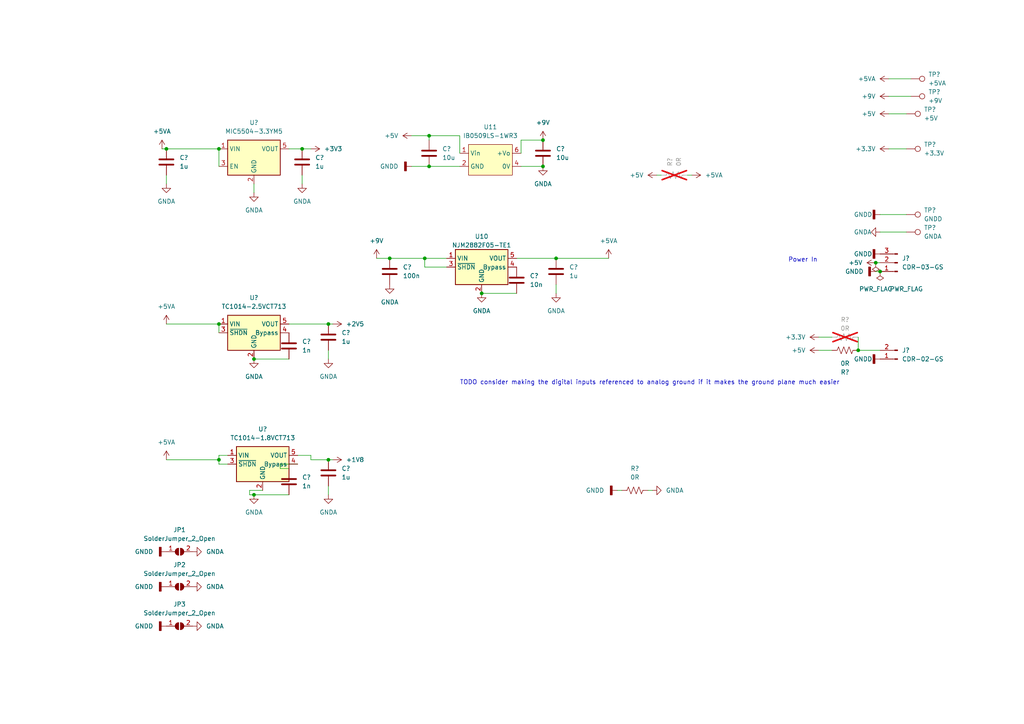
<source format=kicad_sch>
(kicad_sch (version 20230121) (generator eeschema)
  (paper "A4")
  (lib_symbols
    (symbol "Connector:Conn_01x02_Pin" (pin_names (offset 1.016) hide)
      (property "Reference" "J" (at 0 2.54 0))
      (property "Value" "Conn_01x02_Pin" (at 0 -5.08 0))
      (symbol "Conn_01x02_Pin_1_1"
        (polyline (pts (xy 1.27 -2.54) (xy 0.8636 -2.54)) (stroke (width 0.1524)))
        (polyline (pts (xy 1.27 0) (xy 0.8636 0)) (stroke (width 0.1524)))
        (rectangle (start 0.8636 -2.413) (end 0 -2.667) (stroke (width 0.1524)) (fill (type outline)))
        (rectangle (start 0.8636 0.127) (end 0 -0.127) (stroke (width 0.1524)) (fill (type outline)))
        (pin passive line (at 5.08 0 180) (length 3.81) (name "Pin_1") (number "1"))
        (pin passive line (at 5.08 -2.54 180) (length 3.81) (name "Pin_2") (number "2"))
      )
    )
    (symbol "Connector:Conn_01x03_Pin" (pin_names (offset 1.016) hide)
      (property "Reference" "J" (at 0 5.08 0))
      (property "Value" "Conn_01x03_Pin" (at 0 -5.08 0))
      (symbol "Conn_01x03_Pin_1_1"
        (polyline (pts (xy 1.27 -2.54) (xy 0.8636 -2.54)) (stroke (width 0.1524)))
        (polyline (pts (xy 1.27 0) (xy 0.8636 0)) (stroke (width 0.1524)))
        (polyline (pts (xy 1.27 2.54) (xy 0.8636 2.54)) (stroke (width 0.1524)))
        (rectangle (start 0.8636 -2.413) (end 0 -2.667) (stroke (width 0.1524)) (fill (type outline)))
        (rectangle (start 0.8636 0.127) (end 0 -0.127) (stroke (width 0.1524)) (fill (type outline)))
        (rectangle (start 0.8636 2.667) (end 0 2.413) (stroke (width 0.1524)) (fill (type outline)))
        (pin passive line (at 5.08 2.54 180) (length 3.81) (name "Pin_1") (number "1"))
        (pin passive line (at 5.08 0 180) (length 3.81) (name "Pin_2") (number "2"))
        (pin passive line (at 5.08 -2.54 180) (length 3.81) (name "Pin_3") (number "3"))
      )
    )
    (symbol "Connector:TestPoint" (pin_numbers hide) (pin_names (offset 0.762) hide)
      (property "Reference" "TP" (at 0 6.858 0))
      (property "Value" "TestPoint" (at 0 5.08 0))
      (symbol "TestPoint_0_1"
        (circle (center 0 3.302) (radius 0.762))
      )
      (symbol "TestPoint_1_1"
        (pin passive line (at 0 0 90) (length 2.54) (name "1") (number "1"))
      )
    )
    (symbol "Device:C" (pin_numbers hide) (pin_names (offset 0.254))
      (property "Reference" "C" (at 0.635 2.54 0))
      (property "Value" "C" (at 0.635 -2.54 0))
      (symbol "C_0_1"
        (polyline (pts (xy -2.032 -0.762) (xy 2.032 -0.762)) (stroke (width 0.508)))
        (polyline (pts (xy -2.032 0.762) (xy 2.032 0.762)) (stroke (width 0.508)))
      )
      (symbol "C_1_1"
        (pin passive line (at 0 3.81 270) (length 2.794) (name "~") (number "1"))
        (pin passive line (at 0 -3.81 90) (length 2.794) (name "~") (number "2"))
      )
    )
    (symbol "Device:R_US" (pin_numbers hide) (pin_names (offset 0))
      (property "Reference" "R" (at 2.54 0 90))
      (property "Value" "R_US" (at -2.54 0 90))
      (symbol "R_US_0_1"
        (polyline (pts (xy 0 -2.286) (xy 0 -2.54)))
        (polyline (pts (xy 0 2.286) (xy 0 2.54)))
        (polyline (pts (xy 0 -0.762) (xy 1.016 -1.143) (xy 0 -1.524) (xy -1.016 -1.905) (xy 0 -2.286)))
        (polyline (pts (xy 0 0.762) (xy 1.016 0.381) (xy 0 0) (xy -1.016 -0.381) (xy 0 -0.762)))
        (polyline (pts (xy 0 2.286) (xy 1.016 1.905) (xy 0 1.524) (xy -1.016 1.143) (xy 0 0.762)))
      )
      (symbol "R_US_1_1"
        (pin passive line (at 0 3.81 270) (length 1.27) (name "~") (number "1"))
        (pin passive line (at 0 -3.81 90) (length 1.27) (name "~") (number "2"))
      )
    )
    (symbol "Jumper:SolderJumper_2_Open" (pin_names (offset 0) hide)
      (property "Reference" "JP" (at 0 2.032 0))
      (property "Value" "SolderJumper_2_Open" (at 0 -2.54 0))
      (symbol "SolderJumper_2_Open_0_1"
        (arc (start -0.254 1.016) (mid -1.2656 0) (end -0.254 -1.016))
        (arc (start -0.254 1.016) (mid -1.2656 0) (end -0.254 -1.016) (fill (type outline)))
        (polyline (pts (xy -0.254 1.016) (xy -0.254 -1.016)))
        (polyline (pts (xy 0.254 1.016) (xy 0.254 -1.016)))
        (arc (start 0.254 -1.016) (mid 1.2656 0) (end 0.254 1.016))
        (arc (start 0.254 -1.016) (mid 1.2656 0) (end 0.254 1.016) (fill (type outline)))
      )
      (symbol "SolderJumper_2_Open_1_1"
        (pin passive line (at -3.81 0 0) (length 2.54) (name "A") (number "1"))
        (pin passive line (at 3.81 0 180) (length 2.54) (name "B") (number "2"))
      )
    )
    (symbol "Misc:IB0509LS"
      (property "Reference" "U" (at 0 2.54 0))
      (property "Value" "IB0509LS-1WR3" (at 0 0 0))
      (symbol "IB0509LS_1_1"
        (rectangle (start -6.35 -1.27) (end 6.35 -10.16) (fill (type background)))
        (pin power_in line (at -8.89 -3.81 0) (length 2.54) (name "Vin") (number "1"))
        (pin power_in line (at -8.89 -7.62 0) (length 2.54) (name "GND") (number "2"))
        (pin power_out line (at 8.89 -7.62 180) (length 2.54) (name "0V") (number "4"))
        (pin power_out line (at 8.89 -3.81 180) (length 2.54) (name "+Vo") (number "6"))
      )
    )
    (symbol "Misc:NJM2882"
      (property "Reference" "U" (at 0 1.27 0))
      (property "Value" "NJM2882F05-TE1" (at 0 -1.27 0))
      (symbol "NJM2882_0_1"
        (rectangle (start -7.62 -2.54) (end 7.62 -12.7) (stroke (width 0.254)) (fill (type background)))
      )
      (symbol "NJM2882_1_1"
        (pin power_in line (at -10.16 -5.08 0) (length 2.54) (name "VIN") (number "1"))
        (pin power_in line (at 0 -15.24 90) (length 2.54) (name "GND") (number "2"))
        (pin input line (at -10.16 -7.62 0) (length 2.54) (name "~{SHDN}") (number "3"))
        (pin passive line (at 10.16 -7.62 180) (length 2.54) (name "Bypass") (number "4"))
        (pin power_out line (at 10.16 -5.08 180) (length 2.54) (name "VOUT") (number "5"))
      )
    )
    (symbol "Regulator_Linear:MIC5504-1.8YM5"
      (property "Reference" "U" (at -7.62 8.89 0))
      (property "Value" "MIC5504-1.8YM5" (at -7.62 6.35 0))
      (symbol "MIC5504-1.8YM5_0_1"
        (rectangle (start -7.62 -5.08) (end 7.62 5.08) (stroke (width 0.254)) (fill (type background)))
      )
      (symbol "MIC5504-1.8YM5_1_1"
        (pin power_in line (at -10.16 2.54 0) (length 2.54) (name "VIN") (number "1"))
        (pin power_in line (at 0 -7.62 90) (length 2.54) (name "GND") (number "2"))
        (pin input line (at -10.16 -2.54 0) (length 2.54) (name "EN") (number "3"))
        (pin no_connect line (at 7.62 -2.54 180) (length 2.54) hide (name "NC") (number "4"))
        (pin power_out line (at 10.16 2.54 180) (length 2.54) (name "VOUT") (number "5"))
      )
    )
    (symbol "Regulator_Linear:TC1014-xCT"
      (property "Reference" "U" (at -6.35 6.35 0))
      (property "Value" "TC1014-xCT" (at 0 6.35 0))
      (symbol "TC1014-xCT_0_1"
        (rectangle (start -7.62 5.08) (end 7.62 -5.08) (stroke (width 0.254)) (fill (type background)))
      )
      (symbol "TC1014-xCT_1_1"
        (pin power_in line (at -10.16 2.54 0) (length 2.54) (name "VIN") (number "1"))
        (pin power_in line (at 0 -7.62 90) (length 2.54) (name "GND") (number "2"))
        (pin input line (at -10.16 0 0) (length 2.54) (name "~{SHDN}") (number "3"))
        (pin passive line (at 10.16 0 180) (length 2.54) (name "Bypass") (number "4"))
        (pin power_out line (at 10.16 2.54 180) (length 2.54) (name "VOUT") (number "5"))
      )
    )
    (symbol "power:+1V8" (power) (pin_names (offset 0))
      (property "Value" "+1V8" (at 0 3.556 0))
      (symbol "+1V8_0_1"
        (polyline (pts (xy -0.762 1.27) (xy 0 2.54)))
        (polyline (pts (xy 0 0) (xy 0 2.54)))
        (polyline (pts (xy 0 2.54) (xy 0.762 1.27)))
      )
      (symbol "+1V8_1_1"
        (pin power_in line (at 0 0 90) (length 0) hide (name "+1V8") (number "1"))
      )
    )
    (symbol "power:+2V5" (power) (pin_names (offset 0))
      (property "Value" "+2V5" (at 0 3.556 0))
      (symbol "+2V5_0_1"
        (polyline (pts (xy -0.762 1.27) (xy 0 2.54)))
        (polyline (pts (xy 0 0) (xy 0 2.54)))
        (polyline (pts (xy 0 2.54) (xy 0.762 1.27)))
      )
      (symbol "+2V5_1_1"
        (pin power_in line (at 0 0 90) (length 0) hide (name "+2V5") (number "1"))
      )
    )
    (symbol "power:+3.3V" (power) (pin_names (offset 0))
      (property "Value" "+3.3V" (at 0 3.556 0))
      (symbol "+3.3V_0_1"
        (polyline (pts (xy -0.762 1.27) (xy 0 2.54)))
        (polyline (pts (xy 0 0) (xy 0 2.54)))
        (polyline (pts (xy 0 2.54) (xy 0.762 1.27)))
      )
      (symbol "+3.3V_1_1"
        (pin power_in line (at 0 0 90) (length 0) hide (name "+3.3V") (number "1"))
      )
    )
    (symbol "power:+3V3" (power) (pin_names (offset 0))
      (property "Value" "+3V3" (at 0 3.556 0))
      (symbol "+3V3_0_1"
        (polyline (pts (xy -0.762 1.27) (xy 0 2.54)))
        (polyline (pts (xy 0 0) (xy 0 2.54)))
        (polyline (pts (xy 0 2.54) (xy 0.762 1.27)))
      )
      (symbol "+3V3_1_1"
        (pin power_in line (at 0 0 90) (length 0) hide (name "+3V3") (number "1"))
      )
    )
    (symbol "power:+5V" (power) (pin_names (offset 0))
      (property "Value" "+5V" (at 0 3.556 0))
      (symbol "+5V_0_1"
        (polyline (pts (xy -0.762 1.27) (xy 0 2.54)))
        (polyline (pts (xy 0 0) (xy 0 2.54)))
        (polyline (pts (xy 0 2.54) (xy 0.762 1.27)))
      )
      (symbol "+5V_1_1"
        (pin power_in line (at 0 0 90) (length 0) hide (name "+5V") (number "1"))
      )
    )
    (symbol "power:+5VA" (power) (pin_names (offset 0))
      (property "Value" "+5VA" (at 0 3.556 0))
      (symbol "+5VA_0_1"
        (polyline (pts (xy -0.762 1.27) (xy 0 2.54)))
        (polyline (pts (xy 0 0) (xy 0 2.54)))
        (polyline (pts (xy 0 2.54) (xy 0.762 1.27)))
      )
      (symbol "+5VA_1_1"
        (pin power_in line (at 0 0 90) (length 0) hide (name "+5VA") (number "1"))
      )
    )
    (symbol "power:+9V" (power) (pin_names (offset 0))
      (property "Value" "+9V" (at 0 3.556 0))
      (symbol "+9V_0_1"
        (polyline (pts (xy -0.762 1.27) (xy 0 2.54)))
        (polyline (pts (xy 0 0) (xy 0 2.54)))
        (polyline (pts (xy 0 2.54) (xy 0.762 1.27)))
      )
      (symbol "+9V_1_1"
        (pin power_in line (at 0 0 90) (length 0) hide (name "+9V") (number "1"))
      )
    )
    (symbol "power:GNDA" (power) (pin_names (offset 0))
      (property "Value" "GNDA" (at 0 -3.81 0))
      (symbol "GNDA_0_1"
        (polyline (pts (xy 0 0) (xy 0 -1.27) (xy 1.27 -1.27) (xy 0 -2.54) (xy -1.27 -1.27) (xy 0 -1.27)))
      )
      (symbol "GNDA_1_1"
        (pin power_in line (at 0 0 270) (length 0) hide (name "GNDA") (number "1"))
      )
    )
    (symbol "power:GNDD" (power) (pin_names (offset 0))
      (property "Value" "GNDD" (at 0 -3.175 0))
      (symbol "GNDD_0_1"
        (rectangle (start -1.27 -1.524) (end 1.27 -2.032) (stroke (width 0.254)) (fill (type outline)))
        (polyline (pts (xy 0 0) (xy 0 -1.524)))
      )
      (symbol "GNDD_1_1"
        (pin power_in line (at 0 0 270) (length 0) hide (name "GNDD") (number "1"))
      )
    )
    (symbol "power:PWR_FLAG" (power) (pin_numbers hide) (pin_names (offset 0) hide)
      (property "Value" "PWR_FLAG" (at 0 3.81 0))
      (symbol "PWR_FLAG_0_0"
        (pin power_out line (at 0 0 90) (length 0) (name "pwr") (number "1"))
      )
      (symbol "PWR_FLAG_0_1"
        (polyline (pts (xy 0 0) (xy 0 1.27) (xy -1.016 1.905) (xy 0 2.54) (xy 1.016 1.905) (xy 0 1.27)))
      )
    )
  )
  (junction (at 63.5 133.35))
  (junction (at 73.66 143.51))
  (junction (at 124.46 48.26))
  (junction (at 157.48 40.64))
  (junction (at 95.25 93.98))
  (junction (at 248.92 101.6))
  (junction (at 254 76.2))
  (junction (at 87.63 43.18))
  (junction (at 63.5 43.18))
  (junction (at 63.5 93.98))
  (junction (at 48.26 43.18))
  (junction (at 124.46 39.37))
  (junction (at 139.7 85.09))
  (junction (at 157.48 48.26))
  (junction (at 73.66 104.14))
  (junction (at 113.03 74.93))
  (junction (at 95.25 133.35))
  (junction (at 161.29 74.93))
  (junction (at 123.19 74.93))
  (junction (at 255.27 78.74))
  (wire (pts (xy 119.38 39.37) (xy 124.46 39.37)))
  (wire (pts (xy 149.86 74.93) (xy 161.29 74.93)))
  (wire (pts (xy 95.25 93.98) (xy 83.82 93.98)))
  (wire (pts (xy 176.53 74.93) (xy 161.29 74.93)))
  (wire (pts (xy 200.66 50.8) (xy 199.39 50.8)))
  (wire (pts (xy 66.04 132.08) (xy 63.5 132.08)))
  (wire (pts (xy 187.96 142.24) (xy 189.23 142.24)))
  (wire (pts (xy 63.5 132.08) (xy 63.5 133.35)))
  (wire (pts (xy 63.5 43.18) (xy 63.5 48.26)))
  (wire (pts (xy 179.07 142.24) (xy 180.34 142.24)))
  (wire (pts (xy 90.17 132.08) (xy 86.36 132.08)))
  (wire (pts (xy 151.13 44.45) (xy 151.13 40.64)))
  (wire (pts (xy 83.82 43.18) (xy 87.63 43.18)))
  (wire (pts (xy 124.46 39.37) (xy 133.35 39.37)))
  (wire (pts (xy 66.04 134.62) (xy 63.5 134.62)))
  (wire (pts (xy 87.63 50.8) (xy 87.63 53.34)))
  (wire (pts (xy 73.66 104.14) (xy 83.82 104.14)))
  (wire (pts (xy 113.03 74.93) (xy 123.19 74.93)))
  (wire (pts (xy 257.81 27.94) (xy 264.16 27.94)))
  (wire (pts (xy 254 78.74) (xy 255.27 78.74)))
  (wire (pts (xy 90.17 133.35) (xy 95.25 133.35)))
  (wire (pts (xy 191.77 50.8) (xy 190.5 50.8)))
  (wire (pts (xy 76.2 142.24) (xy 72.39 142.24)))
  (wire (pts (xy 161.29 82.55) (xy 161.29 85.09)))
  (wire (pts (xy 48.26 50.8) (xy 48.26 53.34)))
  (wire (pts (xy 151.13 48.26) (xy 157.48 48.26)))
  (wire (pts (xy 48.26 43.18) (xy 63.5 43.18)))
  (wire (pts (xy 73.66 53.34) (xy 73.66 55.88)))
  (wire (pts (xy 95.25 101.6) (xy 95.25 104.14)))
  (wire (pts (xy 123.19 77.47) (xy 123.19 74.93)))
  (wire (pts (xy 86.36 134.62) (xy 81.28 134.62)))
  (wire (pts (xy 81.28 134.62) (xy 81.28 135.89)))
  (wire (pts (xy 255.27 67.31) (xy 262.89 67.31)))
  (wire (pts (xy 109.22 74.93) (xy 113.03 74.93)))
  (wire (pts (xy 257.81 33.02) (xy 262.89 33.02)))
  (wire (pts (xy 124.46 48.26) (xy 133.35 48.26)))
  (wire (pts (xy 254 76.2) (xy 255.27 76.2)))
  (wire (pts (xy 151.13 40.64) (xy 157.48 40.64)))
  (wire (pts (xy 123.19 74.93) (xy 129.54 74.93)))
  (wire (pts (xy 257.81 43.18) (xy 262.89 43.18)))
  (wire (pts (xy 48.26 133.35) (xy 63.5 133.35)))
  (wire (pts (xy 81.28 135.89) (xy 83.82 135.89)))
  (wire (pts (xy 257.81 22.86) (xy 264.16 22.86)))
  (wire (pts (xy 90.17 132.08) (xy 90.17 133.35)))
  (wire (pts (xy 248.92 101.6) (xy 255.27 101.6)))
  (wire (pts (xy 72.39 142.24) (xy 72.39 143.51)))
  (wire (pts (xy 241.3 97.79) (xy 237.49 97.79)))
  (wire (pts (xy 241.3 101.6) (xy 237.49 101.6)))
  (wire (pts (xy 46.99 43.18) (xy 48.26 43.18)))
  (wire (pts (xy 73.66 143.51) (xy 83.82 143.51)))
  (wire (pts (xy 48.26 93.98) (xy 63.5 93.98)))
  (wire (pts (xy 248.92 101.6) (xy 248.92 97.79)))
  (wire (pts (xy 139.7 85.09) (xy 149.86 85.09)))
  (wire (pts (xy 87.63 43.18) (xy 90.17 43.18)))
  (wire (pts (xy 95.25 140.97) (xy 95.25 143.51)))
  (wire (pts (xy 96.52 133.35) (xy 95.25 133.35)))
  (wire (pts (xy 255.27 62.23) (xy 262.89 62.23)))
  (wire (pts (xy 72.39 143.51) (xy 73.66 143.51)))
  (wire (pts (xy 129.54 77.47) (xy 123.19 77.47)))
  (wire (pts (xy 124.46 40.64) (xy 124.46 39.37)))
  (wire (pts (xy 63.5 93.98) (xy 63.5 96.52)))
  (wire (pts (xy 119.38 48.26) (xy 124.46 48.26)))
  (wire (pts (xy 133.35 39.37) (xy 133.35 44.45)))
  (wire (pts (xy 63.5 134.62) (xy 63.5 133.35)))
  (wire (pts (xy 96.52 93.98) (xy 95.25 93.98)))
  (text "TODO consider making the digital inputs referenced to analog ground if it makes the ground plane much easier\n" (at 133.35 111.76 0) (effects (font (size 1.27 1.27)) (justify left bottom)))
  (text "Power In" (at 228.6 76.2 0) (effects (font (size 1.27 1.27)) (justify left bottom)))
  (symbol (lib_id "Device:R_US") (at 184.15 142.24 90) (unit 1)
    (property "Reference" "R?" (at 184.15 135.89 90))
    (property "Value" "0R" (at 184.15 138.43 90))
    (property "Footprint" "Resistor_SMD:R_0805_2012Metric" (effects hide))
    (instances (project "feedbackController" (path "" (reference "R?") (unit 1)) (path "" (reference "R43") (unit 1))))
  )
  (symbol (lib_id "Device:C") (at 161.29 78.74 0) (unit 1)
    (property "Reference" "C?" (at 165.1 77.4699 0) (effects (justify left)))
    (property "Value" "1u" (at 165.1 80.0099 0) (effects (justify left)))
    (property "Footprint" "Capacitor_SMD:C_0805_2012Metric" (effects hide))
    (instances (project "feedbackController" (path "" (reference "C?") (unit 1)) (path "" (reference "C29") (unit 1))))
  )
  (symbol (lib_id "power:+5VA") (at 257.81 22.86 90) (unit 1)
    (property "Reference" "#PWR089" (effects hide))
    (property "Value" "+5VA" (at 254 22.86 90) (effects (justify left)))
  )
  (symbol (lib_id "power:GNDA") (at 113.03 82.55 0) (unit 1)
    (property "Reference" "#PWR069" (effects hide))
    (property "Value" "GNDA" (at 113.03 87.63 0))
  )
  (symbol (lib_id "power:+5VA") (at 48.26 93.98 0) (unit 1)
    (property "Reference" "#PWR057" (effects hide))
    (property "Value" "+5VA" (at 48.26 88.9 0))
  )
  (symbol (lib_id "Device:R_US") (at 195.58 50.8 270) (unit 1) (dnp yes)
    (property "Reference" "R?" (at 194.31 48.26 0) (effects (justify right)))
    (property "Value" "0R" (at 196.85 48.26 0) (effects (justify right)))
    (property "Footprint" "Resistor_SMD:R_0805_2012Metric" (effects hide))
    (instances (project "feedbackController" (path "" (reference "R?") (unit 1)) (path "" (reference "R44") (unit 1))))
  )
  (symbol (lib_id "power:+3.3V") (at 257.81 43.18 90) (unit 1)
    (property "Reference" "#PWR092" (effects hide))
    (property "Value" "+3.3V" (at 254 43.18 90) (effects (justify left)))
  )
  (symbol (lib_id "Misc:IB0509LS") (at 142.24 40.64 0) (unit 1)
    (property "Reference" "U11" (at 142.24 36.83 0))
    (property "Value" "IB0509LS-1WR3" (at 142.24 39.37 0))
    (property "Footprint" "Misc:IB05_LS-1WR3" (effects hide))
  )
  (symbol (lib_id "power:+9V") (at 257.81 27.94 90) (unit 1)
    (property "Reference" "#PWR090" (effects hide))
    (property "Value" "+9V" (at 254 27.94 90) (effects (justify left)))
  )
  (symbol (lib_id "power:+5V") (at 190.5 50.8 90) (unit 1)
    (property "Reference" "#PWR079" (effects hide))
    (property "Value" "+5V" (at 186.69 50.8 90) (effects (justify left)))
  )
  (symbol (lib_id "power:+1V8") (at 96.52 133.35 270) (unit 1)
    (property "Reference" "#PWR?" (effects hide))
    (property "Value" "+1V8" (at 100.33 133.3499 90) (effects (justify left)))
    (instances (project "feedbackController" (path "" (reference "#PWR?") (unit 1)) (path "" (reference "#PWR067") (unit 1))))
  )
  (symbol (lib_id "power:GNDA") (at 95.25 143.51 0) (unit 1)
    (property "Reference" "#PWR065" (effects hide))
    (property "Value" "GNDA" (at 95.25 148.59 0))
  )
  (symbol (lib_id "Device:C") (at 48.26 46.99 0) (unit 1)
    (property "Reference" "C?" (at 52.07 45.7199 0) (effects (justify left)))
    (property "Value" "1u" (at 52.07 48.2599 0) (effects (justify left)))
    (property "Footprint" "Capacitor_SMD:C_0805_2012Metric" (effects hide))
    (instances (project "feedbackController" (path "" (reference "C?") (unit 1)) (path "" (reference "C19") (unit 1))))
  )
  (symbol (lib_id "power:+5V") (at 257.81 33.02 90) (unit 1)
    (property "Reference" "#PWR?" (effects hide))
    (property "Value" "+5V" (at 254 33.0199 90) (effects (justify left)))
    (instances (project "feedbackController" (path "" (reference "#PWR?") (unit 1)) (path "" (reference "#PWR091") (unit 1))))
  )
  (symbol (lib_id "Device:R_US") (at 245.11 97.79 270) (unit 1) (dnp yes)
    (property "Reference" "R?" (at 245.11 92.71 90))
    (property "Value" "0R" (at 245.11 95.25 90))
    (property "Footprint" "Resistor_SMD:R_0805_2012Metric" (effects hide))
    (instances (project "feedbackController" (path "" (reference "R?") (unit 1)) (path "" (reference "R45") (unit 1))))
  )
  (symbol (lib_id "power:+5VA") (at 46.99 43.18 0) (unit 1)
    (property "Reference" "#PWR055" (effects hide))
    (property "Value" "+5VA" (at 46.99 38.1 0))
  )
  (symbol (lib_id "power:GNDA") (at 255.27 67.31 270) (unit 1)
    (property "Reference" "#PWR?" (effects hide))
    (property "Value" "GNDA" (at 247.65 67.31 90) (effects (justify left)))
    (instances (project "feedbackController" (path "" (reference "#PWR?") (unit 1)) (path "" (reference "#PWR086") (unit 1))))
  )
  (symbol (lib_id "power:GNDD") (at 255.27 73.66 270) (unit 1)
    (property "Reference" "#PWR?" (effects hide))
    (property "Value" "GNDD" (at 247.65 73.66 90) (effects (justify left)))
    (instances (project "feedbackController" (path "" (reference "#PWR?") (unit 1)) (path "" (reference "#PWR087") (unit 1))))
  )
  (symbol (lib_id "Device:C") (at 83.82 100.33 0) (unit 1)
    (property "Reference" "C?" (at 87.63 99.0599 0) (effects (justify left)))
    (property "Value" "1n" (at 87.63 101.5999 0) (effects (justify left)))
    (property "Footprint" "Capacitor_SMD:C_0805_2012Metric" (effects hide))
    (instances (project "feedbackController" (path "" (reference "C?") (unit 1)) (path "" (reference "C20") (unit 1))))
  )
  (symbol (lib_id "Device:C") (at 83.82 139.7 0) (unit 1)
    (property "Reference" "C?" (at 87.63 138.4299 0) (effects (justify left)))
    (property "Value" "1n" (at 87.63 140.9699 0) (effects (justify left)))
    (property "Footprint" "Capacitor_SMD:C_0805_2012Metric" (effects hide))
    (instances (project "feedbackController" (path "" (reference "C?") (unit 1)) (path "" (reference "C21") (unit 1))))
  )
  (symbol (lib_id "power:GNDD") (at 255.27 62.23 270) (unit 1)
    (property "Reference" "#PWR?" (effects hide))
    (property "Value" "GNDD" (at 247.65 62.23 90) (effects (justify left)))
    (instances (project "feedbackController" (path "" (reference "#PWR?") (unit 1)) (path "" (reference "#PWR085") (unit 1))))
  )
  (symbol (lib_id "power:GNDD") (at 254 78.74 270) (unit 1)
    (property "Reference" "#PWR?" (effects hide))
    (property "Value" "GNDD" (at 245.11 78.74 90) (effects (justify left)))
    (instances (project "feedbackController" (path "" (reference "#PWR?") (unit 1)) (path "" (reference "#PWR084") (unit 1))))
  )
  (symbol (lib_id "power:GNDA") (at 55.88 170.18 90) (unit 1)
    (property "Reference" "#PWR?" (effects hide))
    (property "Value" "GNDA" (at 59.763 170.1799 90) (effects (justify right)))
    (instances (project "feedbackController" (path "" (reference "#PWR?") (unit 1)) (path "" (reference "#PWR097") (unit 1))))
  )
  (symbol (lib_id "power:GNDA") (at 161.29 85.09 0) (unit 1)
    (property "Reference" "#PWR075" (effects hide))
    (property "Value" "GNDA" (at 161.29 90.17 0))
  )
  (symbol (lib_id "power:GNDD") (at 48.26 181.61 270) (unit 1)
    (property "Reference" "#PWR?" (effects hide))
    (property "Value" "GNDD" (at 44.45 181.6099 90) (effects (justify right)))
    (instances (project "feedbackController" (path "" (reference "#PWR?") (unit 1)) (path "" (reference "#PWR095") (unit 1))))
  )
  (symbol (lib_id "power:+5VA") (at 176.53 74.93 0) (unit 1)
    (property "Reference" "#PWR076" (effects hide))
    (property "Value" "+5VA" (at 176.53 69.85 0))
  )
  (symbol (lib_id "power:GNDA") (at 157.48 48.26 0) (unit 1)
    (property "Reference" "#PWR074" (effects hide))
    (property "Value" "GNDA" (at 157.48 53.34 0))
  )
  (symbol (lib_id "power:GNDD") (at 48.26 160.02 270) (unit 1)
    (property "Reference" "#PWR?" (effects hide))
    (property "Value" "GNDD" (at 44.45 160.0199 90) (effects (justify right)))
    (instances (project "feedbackController" (path "" (reference "#PWR?") (unit 1)) (path "" (reference "#PWR093") (unit 1))))
  )
  (symbol (lib_id "power:GNDD") (at 48.26 170.18 270) (unit 1)
    (property "Reference" "#PWR?" (effects hide))
    (property "Value" "GNDD" (at 44.45 170.1799 90) (effects (justify right)))
    (instances (project "feedbackController" (path "" (reference "#PWR?") (unit 1)) (path "" (reference "#PWR094") (unit 1))))
  )
  (symbol (lib_id "Connector:TestPoint") (at 262.89 33.02 270) (unit 1)
    (property "Reference" "TP?" (at 267.97 31.7499 90) (effects (justify left)))
    (property "Value" "+5V" (at 267.97 34.2899 90) (effects (justify left)))
    (property "Footprint" "TestPoint:TestPoint_Loop_D2.50mm_Drill1.0mm" (effects hide))
    (instances (project "feedbackController" (path "" (reference "TP?") (unit 1)) (path "" (reference "TP7") (unit 1))))
  )
  (symbol (lib_id "Jumper:SolderJumper_2_Open") (at 52.07 160.02 0) (unit 1)
    (property "Reference" "JP1" (at 52.07 153.67 0))
    (property "Value" "SolderJumper_2_Open" (at 52.07 156.21 0))
    (property "Footprint" "Jumper:SolderJumper-2_P1.3mm_Open_Pad1.0x1.5mm" (effects hide))
  )
  (symbol (lib_id "power:+5VA") (at 200.66 50.8 270) (unit 1)
    (property "Reference" "#PWR080" (effects hide))
    (property "Value" "+5VA" (at 204.47 50.8 90) (effects (justify left)))
  )
  (symbol (lib_id "power:PWR_FLAG") (at 254 76.2 180) (unit 1)
    (property "Reference" "#FLG?" (effects hide))
    (property "Value" "PWR_FLAG" (at 262.89 83.82 0))
    (instances (project "feedbackController" (path "" (reference "#FLG?") (unit 1)) (path "" (reference "#FLG010") (unit 1))))
  )
  (symbol (lib_id "power:GNDA") (at 73.66 143.51 0) (unit 1)
    (property "Reference" "#PWR061" (effects hide))
    (property "Value" "GNDA" (at 73.66 148.59 0))
  )
  (symbol (lib_id "power:GNDA") (at 189.23 142.24 90) (unit 1)
    (property "Reference" "#PWR?" (effects hide))
    (property "Value" "GNDA" (at 193.113 142.2399 90) (effects (justify right)))
    (instances (project "feedbackController" (path "" (reference "#PWR?") (unit 1)) (path "" (reference "#PWR078") (unit 1))))
  )
  (symbol (lib_id "Jumper:SolderJumper_2_Open") (at 52.07 181.61 0) (unit 1)
    (property "Reference" "JP3" (at 52.07 175.26 0))
    (property "Value" "SolderJumper_2_Open" (at 52.07 177.8 0))
    (property "Footprint" "Jumper:SolderJumper-2_P1.3mm_Open_Pad1.0x1.5mm" (effects hide))
  )
  (symbol (lib_id "power:+5VA") (at 48.26 133.35 0) (unit 1)
    (property "Reference" "#PWR058" (effects hide))
    (property "Value" "+5VA" (at 48.26 128.27 0))
  )
  (symbol (lib_id "Connector:TestPoint") (at 262.89 43.18 270) (unit 1)
    (property "Reference" "TP?" (at 267.97 41.91 90) (effects (justify left)))
    (property "Value" "+3.3V" (at 267.97 44.45 90) (effects (justify left)))
    (property "Footprint" "TestPoint:TestPoint_Loop_D2.50mm_Drill1.0mm" (effects hide))
    (instances (project "feedbackController" (path "" (reference "TP?") (unit 1)) (path "" (reference "TP8") (unit 1))))
  )
  (symbol (lib_id "Device:R_US") (at 245.11 101.6 270) (unit 1)
    (property "Reference" "R?" (at 245.11 107.95 90))
    (property "Value" "0R" (at 245.11 105.41 90))
    (property "Footprint" "Resistor_SMD:R_0805_2012Metric" (effects hide))
    (instances (project "feedbackController" (path "" (reference "R?") (unit 1)) (path "" (reference "R46") (unit 1))))
  )
  (symbol (lib_id "Connector:TestPoint") (at 262.89 62.23 270) (unit 1)
    (property "Reference" "TP?" (at 267.97 60.96 90) (effects (justify left)))
    (property "Value" "GNDD" (at 267.97 63.5 90) (effects (justify left)))
    (property "Footprint" "TestPoint:TestPoint_Loop_D2.50mm_Drill1.0mm" (effects hide))
    (instances (project "feedbackController" (path "" (reference "TP?") (unit 1)) (path "" (reference "TP9") (unit 1))))
  )
  (symbol (lib_id "power:GNDA") (at 48.26 53.34 0) (unit 1)
    (property "Reference" "#PWR056" (effects hide))
    (property "Value" "GNDA" (at 48.26 58.42 0))
  )
  (symbol (lib_id "Connector:Conn_01x02_Pin") (at 260.35 104.14 180) (unit 1)
    (property "Reference" "J?" (at 261.62 101.5999 0) (effects (justify right)))
    (property "Value" "CDR-02-GS" (at 261.62 104.1399 0) (effects (justify right)))
    (property "Footprint" "Connector_PinHeader_2.54mm:PinHeader_1x02_P2.54mm_Vertical" (effects hide))
    (instances (project "feedbackController" (path "" (reference "J?") (unit 1)) (path "" (reference "J6") (unit 1))))
  )
  (symbol (lib_id "power:+3V3") (at 90.17 43.18 270) (unit 1)
    (property "Reference" "#PWR063" (effects hide))
    (property "Value" "+3V3" (at 93.98 43.18 90) (effects (justify left)))
  )
  (symbol (lib_id "Device:C") (at 95.25 137.16 0) (unit 1)
    (property "Reference" "C?" (at 99.06 135.8899 0) (effects (justify left)))
    (property "Value" "1u" (at 99.06 138.4299 0) (effects (justify left)))
    (property "Footprint" "Capacitor_SMD:C_0805_2012Metric" (effects hide))
    (instances (project "feedbackController" (path "" (reference "C?") (unit 1)) (path "" (reference "C24") (unit 1))))
  )
  (symbol (lib_id "power:GNDA") (at 95.25 104.14 0) (unit 1)
    (property "Reference" "#PWR064" (effects hide))
    (property "Value" "GNDA" (at 95.25 109.22 0))
  )
  (symbol (lib_id "power:GNDD") (at 179.07 142.24 270) (unit 1)
    (property "Reference" "#PWR?" (effects hide))
    (property "Value" "GNDD" (at 175.26 142.2399 90) (effects (justify right)))
    (instances (project "feedbackController" (path "" (reference "#PWR?") (unit 1)) (path "" (reference "#PWR077") (unit 1))))
  )
  (symbol (lib_id "power:GNDA") (at 87.63 53.34 0) (unit 1)
    (property "Reference" "#PWR062" (effects hide))
    (property "Value" "GNDA" (at 87.63 58.42 0))
  )
  (symbol (lib_id "power:GNDD") (at 255.27 104.14 270) (unit 1)
    (property "Reference" "#PWR?" (effects hide))
    (property "Value" "GNDD" (at 247.65 104.14 90) (effects (justify left)))
    (instances (project "feedbackController" (path "" (reference "#PWR?") (unit 1)) (path "" (reference "#PWR088") (unit 1))))
  )
  (symbol (lib_id "Regulator_Linear:MIC5504-1.8YM5") (at 73.66 45.72 0) (unit 1)
    (property "Reference" "U?" (at 73.66 35.56 0))
    (property "Value" "MIC5504-3.3YM5" (at 73.66 38.1 0))
    (property "Footprint" "Package_TO_SOT_SMD:SOT-23-5" (effects hide))
    (property "Datasheet" "http://ww1.microchip.com/downloads/en/DeviceDoc/MIC550X.pdf" (effects hide))
    (instances (project "feedbackController" (path "" (reference "U?") (unit 1)) (path "" (reference "U7") (unit 1))))
  )
  (symbol (lib_id "Connector:Conn_01x03_Pin") (at 260.35 76.2 180) (unit 1)
    (property "Reference" "J?" (at 261.62 74.9299 0) (effects (justify right)))
    (property "Value" "CDR-03-GS" (at 261.62 77.4699 0) (effects (justify right)))
    (property "Footprint" "Connector_PinSocket_2.54mm:PinSocket_1x03_P2.54mm_Vertical" (effects hide))
    (instances (project "feedbackController" (path "" (reference "J?") (unit 1)) (path "" (reference "J5") (unit 1))))
  )
  (symbol (lib_id "power:+5V") (at 254 76.2 90) (unit 1)
    (property "Reference" "#PWR?" (effects hide))
    (property "Value" "+5V" (at 250.19 76.1999 90) (effects (justify left)))
    (instances (project "feedbackController" (path "" (reference "#PWR?") (unit 1)) (path "" (reference "#PWR083") (unit 1))))
  )
  (symbol (lib_id "power:+5V") (at 237.49 101.6 90) (unit 1)
    (property "Reference" "#PWR?" (effects hide))
    (property "Value" "+5V" (at 233.68 101.6001 90) (effects (justify left)))
    (instances (project "feedbackController" (path "" (reference "#PWR?") (unit 1)) (path "" (reference "#PWR082") (unit 1))))
  )
  (symbol (lib_id "power:GNDD") (at 119.38 48.26 270) (unit 1)
    (property "Reference" "#PWR?" (effects hide))
    (property "Value" "GNDD" (at 115.57 48.2599 90) (effects (justify right)))
    (instances (project "feedbackController" (path "" (reference "#PWR?") (unit 1)) (path "" (reference "#PWR071") (unit 1))))
  )
  (symbol (lib_id "Device:C") (at 124.46 44.45 0) (unit 1)
    (property "Reference" "C?" (at 128.27 43.1799 0) (effects (justify left)))
    (property "Value" "10u" (at 128.27 45.7199 0) (effects (justify left)))
    (property "Footprint" "Capacitor_SMD:C_0805_2012Metric" (effects hide))
    (instances (project "feedbackController" (path "" (reference "C?") (unit 1)) (path "" (reference "C26") (unit 1))))
  )
  (symbol (lib_id "power:+9V") (at 157.48 40.64 0) (unit 1)
    (property "Reference" "#PWR073" (effects hide))
    (property "Value" "+9V" (at 157.48 35.56 0))
  )
  (symbol (lib_id "power:GNDA") (at 73.66 55.88 0) (unit 1)
    (property "Reference" "#PWR059" (effects hide))
    (property "Value" "GNDA" (at 73.66 60.96 0))
  )
  (symbol (lib_id "Connector:TestPoint") (at 264.16 22.86 270) (unit 1)
    (property "Reference" "TP?" (at 269.24 21.5899 90) (effects (justify left)))
    (property "Value" "+5VA" (at 269.24 24.1299 90) (effects (justify left)))
    (property "Footprint" "TestPoint:TestPoint_Loop_D2.50mm_Drill1.0mm" (effects hide))
    (instances (project "feedbackController" (path "" (reference "TP?") (unit 1)) (path "" (reference "TP11") (unit 1))))
  )
  (symbol (lib_id "Misc:NJM2882") (at 139.7 69.85 0) (unit 1)
    (property "Reference" "U10" (at 139.7 68.58 0))
    (property "Value" "NJM2882F05-TE1" (at 139.7 71.12 0))
    (property "Footprint" "Package_TO_SOT_SMD:SOT-23-5_HandSoldering" (effects hide))
  )
  (symbol (lib_id "power:+3.3V") (at 237.49 97.79 90) (unit 1)
    (property "Reference" "#PWR081" (effects hide))
    (property "Value" "+3.3V" (at 233.68 97.79 90) (effects (justify left)))
  )
  (symbol (lib_id "Regulator_Linear:TC1014-xCT") (at 76.2 134.62 0) (unit 1)
    (property "Reference" "U?" (at 76.2 124.46 0))
    (property "Value" "TC1014-1.8VCT713" (at 76.2 127 0))
    (property "Footprint" "Package_TO_SOT_SMD:SOT-23-5" (effects hide))
    (property "Datasheet" "https://ww1.microchip.com/downloads/aemDocuments/documents/APID/ProductDocuments/DataSheets/21335e.pdf" (effects hide))
    (property "Model" "https://www.digikey.ca/en/products/detail/microchip-technology/TC1014-2-5VCT713/443102" (effects hide))
    (instances (project "feedbackController" (path "" (reference "U?") (unit 1)) (path "" (reference "U9") (unit 1))))
  )
  (symbol (lib_id "power:+5V") (at 119.38 39.37 90) (unit 1)
    (property "Reference" "#PWR070" (effects hide))
    (property "Value" "+5V" (at 115.57 39.37 90) (effects (justify left)))
  )
  (symbol (lib_id "Device:C") (at 87.63 46.99 0) (unit 1)
    (property "Reference" "C?" (at 91.44 45.7199 0) (effects (justify left)))
    (property "Value" "1u" (at 91.44 48.2599 0) (effects (justify left)))
    (property "Footprint" "Capacitor_SMD:C_0805_2012Metric" (effects hide))
    (instances (project "feedbackController" (path "" (reference "C?") (unit 1)) (path "" (reference "C22") (unit 1))))
  )
  (symbol (lib_id "power:+2V5") (at 96.52 93.98 270) (unit 1)
    (property "Reference" "#PWR066" (effects hide))
    (property "Value" "+2V5" (at 100.33 93.98 90) (effects (justify left)))
  )
  (symbol (lib_id "Device:C") (at 149.86 81.28 0) (unit 1)
    (property "Reference" "C?" (at 153.67 80.0099 0) (effects (justify left)))
    (property "Value" "10n" (at 153.67 82.5499 0) (effects (justify left)))
    (property "Footprint" "Capacitor_SMD:C_0805_2012Metric" (effects hide))
    (instances (project "feedbackController" (path "" (reference "C?") (unit 1)) (path "" (reference "C27") (unit 1))))
  )
  (symbol (lib_id "power:GNDA") (at 73.66 104.14 0) (unit 1)
    (property "Reference" "#PWR060" (effects hide))
    (property "Value" "GNDA" (at 73.66 109.22 0))
  )
  (symbol (lib_id "Device:C") (at 157.48 44.45 0) (unit 1)
    (property "Reference" "C?" (at 161.29 43.1799 0) (effects (justify left)))
    (property "Value" "10u" (at 161.29 45.7199 0) (effects (justify left)))
    (property "Footprint" "Capacitor_SMD:C_0805_2012Metric" (effects hide))
    (instances (project "feedbackController" (path "" (reference "C?") (unit 1)) (path "" (reference "C28") (unit 1))))
  )
  (symbol (lib_id "power:GNDA") (at 55.88 181.61 90) (unit 1)
    (property "Reference" "#PWR?" (effects hide))
    (property "Value" "GNDA" (at 59.763 181.6099 90) (effects (justify right)))
    (instances (project "feedbackController" (path "" (reference "#PWR?") (unit 1)) (path "" (reference "#PWR098") (unit 1))))
  )
  (symbol (lib_id "power:PWR_FLAG") (at 255.27 78.74 180) (unit 1)
    (property "Reference" "#FLG?" (effects hide))
    (property "Value" "PWR_FLAG" (at 254 83.82 0))
    (instances (project "feedbackController" (path "" (reference "#FLG?") (unit 1)) (path "" (reference "#FLG011") (unit 1))))
  )
  (symbol (lib_id "power:GNDA") (at 139.7 85.09 0) (unit 1)
    (property "Reference" "#PWR072" (effects hide))
    (property "Value" "GNDA" (at 139.7 90.17 0))
  )
  (symbol (lib_id "Device:C") (at 95.25 97.79 0) (unit 1)
    (property "Reference" "C?" (at 99.06 96.5199 0) (effects (justify left)))
    (property "Value" "1u" (at 99.06 99.0599 0) (effects (justify left)))
    (property "Footprint" "Capacitor_SMD:C_0805_2012Metric" (effects hide))
    (instances (project "feedbackController" (path "" (reference "C?") (unit 1)) (path "" (reference "C23") (unit 1))))
  )
  (symbol (lib_id "Connector:TestPoint") (at 264.16 27.94 270) (unit 1)
    (property "Reference" "TP?" (at 269.24 26.67 90) (effects (justify left)))
    (property "Value" "+9V" (at 269.24 29.21 90) (effects (justify left)))
    (property "Footprint" "TestPoint:TestPoint_Loop_D2.50mm_Drill1.0mm" (effects hide))
    (instances (project "feedbackController" (path "" (reference "TP?") (unit 1)) (path "" (reference "TP12") (unit 1))))
  )
  (symbol (lib_id "Jumper:SolderJumper_2_Open") (at 52.07 170.18 0) (unit 1)
    (property "Reference" "JP2" (at 52.07 163.83 0))
    (property "Value" "SolderJumper_2_Open" (at 52.07 166.37 0))
    (property "Footprint" "Jumper:SolderJumper-2_P1.3mm_Open_Pad1.0x1.5mm" (effects hide))
  )
  (symbol (lib_id "power:+9V") (at 109.22 74.93 0) (unit 1)
    (property "Reference" "#PWR068" (effects hide))
    (property "Value" "+9V" (at 109.22 69.85 0))
  )
  (symbol (lib_id "Device:C") (at 113.03 78.74 0) (unit 1)
    (property "Reference" "C?" (at 116.84 77.4699 0) (effects (justify left)))
    (property "Value" "100n" (at 116.84 80.0099 0) (effects (justify left)))
    (property "Footprint" "Capacitor_SMD:C_0805_2012Metric" (effects hide))
    (instances (project "feedbackController" (path "" (reference "C?") (unit 1)) (path "" (reference "C25") (unit 1))))
  )
  (symbol (lib_id "Connector:TestPoint") (at 262.89 67.31 270) (unit 1)
    (property "Reference" "TP?" (at 267.97 66.04 90) (effects (justify left)))
    (property "Value" "GNDA" (at 267.97 68.58 90) (effects (justify left)))
    (property "Footprint" "TestPoint:TestPoint_Loop_D2.50mm_Drill1.0mm" (effects hide))
    (instances (project "feedbackController" (path "" (reference "TP?") (unit 1)) (path "" (reference "TP10") (unit 1))))
  )
  (symbol (lib_id "power:GNDA") (at 55.88 160.02 90) (unit 1)
    (property "Reference" "#PWR?" (effects hide))
    (property "Value" "GNDA" (at 59.763 160.0199 90) (effects (justify right)))
    (instances (project "feedbackController" (path "" (reference "#PWR?") (unit 1)) (path "" (reference "#PWR096") (unit 1))))
  )
  (symbol (lib_id "Regulator_Linear:TC1014-xCT") (at 73.66 96.52 0) (unit 1)
    (property "Reference" "U?" (at 73.66 86.36 0))
    (property "Value" "TC1014-2.5VCT713" (at 73.66 88.9 0))
    (property "Footprint" "Package_TO_SOT_SMD:SOT-23-5" (effects hide))
    (property "Datasheet" "https://ww1.microchip.com/downloads/aemDocuments/documents/APID/ProductDocuments/DataSheets/21335e.pdf" (effects hide))
    (property "Model" "https://www.digikey.ca/en/products/detail/microchip-technology/TC1014-2-5VCT713/443102" (effects hide))
    (instances (project "feedbackController" (path "" (reference "U?") (unit 1)) (path "" (reference "U8") (unit 1))))
  )
)
</source>
